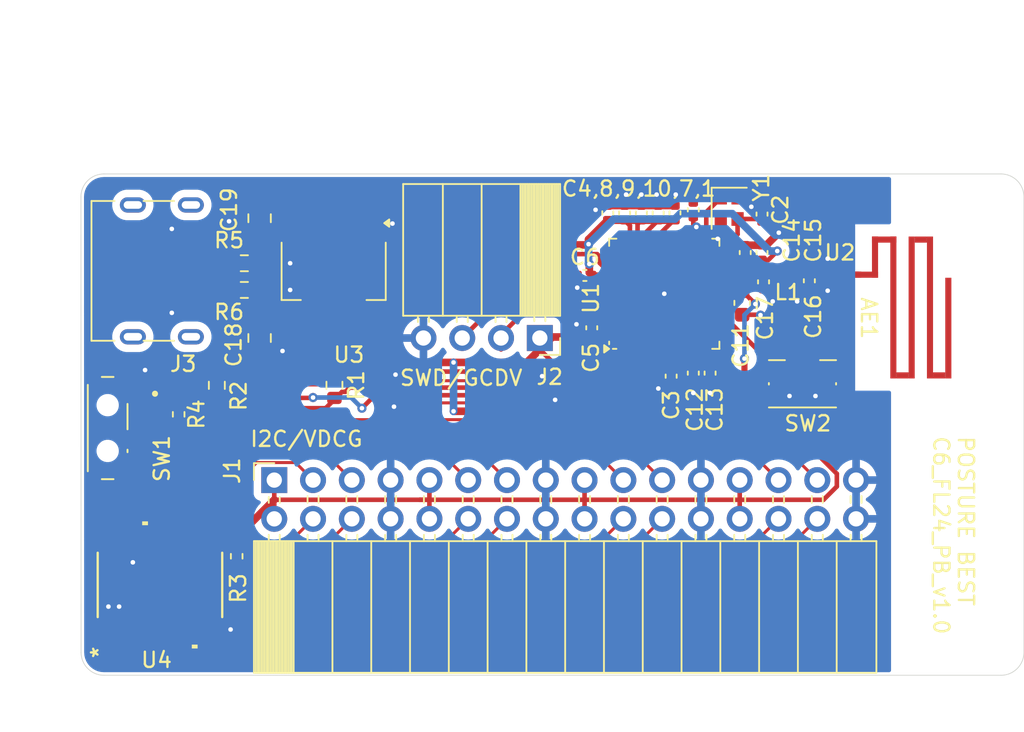
<source format=kicad_pcb>
(kicad_pcb (version 20240108) (generator "pcbnew") (generator_version "8.0")
  (layers (0 "F.Cu" signal) (31 "B.Cu" power) (34 "B.Paste" user) (35 "F.Paste" user) (36 "B.SilkS" user "B.Silkscreen") (37 "F.SilkS" user "F.Silkscreen") (38 "B.Mask" user) (39 "F.Mask" user) (44 "Edge.Cuts" user))
  (net 0 "")
  (net 1 "GND")
  (net 2 "+3.3V")
  (net 5 "Net-(U1-PB8)")
  (net 10 "Net-(U1-OSC_IN)")
  (net 14 "Net-(U1-OSC_OUT)")
  (net 15 "Net-(J2-Pin_2)")
  (net 18 "Net-(U1-PB9)")
  (net 19 "Net-(J2-Pin_3)")
  (net 21 "Net-(U1-NRST(PB11))")
  (net 25 "BOOT0")
  (net 28 "RF_OUT")
  (net 29 "+3.3VA")
  (net 33 "Net-(U1-PA6)")
  (net 40 "VBUS")
  (net 41 "Net-(U4-*RESET)")
  (net 42 "Net-(SW1-B)")
  (net 43 "Net-(U2-IN)")
  (net 44 "Net-(AE1-A)")
  (net 45 "Net-(J1-Pin_29)")
  (net 46 "Net-(J1-Pin_14)")
  (net 47 "Net-(J1-Pin_21)")
  (net 48 "Net-(J1-Pin_13)")
  (net 49 "Net-(J1-Pin_30)")
  (net 50 "Net-(J1-Pin_6)")
  (net 51 "Net-(J1-Pin_5)")
  (net 52 "Net-(J1-Pin_22)")
  (net 53 "Net-(J1-Pin_20)")
  (net 54 "Net-(J1-Pin_3)")
  (net 55 "Net-(J1-Pin_28)")
  (net 56 "Net-(J1-Pin_19)")
  (net 57 "Net-(J1-Pin_4)")
  (net 58 "Net-(J1-Pin_11)")
  (net 59 "Net-(J1-Pin_27)")
  (net 60 "Net-(J1-Pin_12)")
  (net 61 "Net-(J3-CC2)")
  (net 63 "Net-(J3-CC1)")
  (footprint "Capacitor_SMD:C_0402_1005Metric" (layer "F.Cu") (at 152.4 92.2 -90)
    (property "Reference" "C12")
    (property "Value" "10n")
  )
  (footprint "Resistor_SMD:R_0603_1608Metric" (layer "F.Cu") (at 123 86.75 180)
    (property "Reference" "R6")
    (property "Value" "5k1")
  )
  (footprint "Connector_PinSocket_2.54mm:PinSocket_1x04_P2.54mm_Horizontal" (layer "F.Cu") (at 142.35 89.9 -90)
    (property "Reference" "J2")
    (property "Value" "SWD")
  )
  (footprint "Resistor_SMD:R_0603_1608Metric" (layer "F.Cu") (at 121.2 93 -90)
    (property "Reference" "R2")
    (property "Value" "4k7")
  )
  (footprint "Capacitor_SMD:C_0402_1005Metric" (layer "F.Cu") (at 160 86.15 -90)
    (property "Reference" "C16")
    (property "Value" "0.3p")
  )
  (footprint "Capacitor_SMD:C_0805_2012Metric" (layer "F.Cu") (at 124 82.05 90)
    (property "Reference" "C19")
    (property "Value" "22u")
  )
  (footprint "Capacitor_SMD:C_0402_1005Metric" (layer "F.Cu") (at 145.75 89.23 90)
    (property "Reference" "C5")
    (property "Value" "100n")
  )
  (footprint "Capacitor_SMD:C_0402_1005Metric" (layer "F.Cu") (at 145.3 85.8 180)
    (property "Reference" "C6")
    (property "Value" "100n")
  )
  (footprint "Button_Switch_SMD:SW_Push_1P1T-SH_NO_CK_KMR2xxG" (layer "F.Cu") (at 159.55 92.9)
    (property "Reference" "SW2")
    (property "Value" "SW_Push")
  )
  (footprint "Capacitor_SMD:C_0402_1005Metric" (layer "F.Cu") (at 156.9 84.3 90)
    (property "Reference" "C15")
    (property "Value" "100p")
  )
  (footprint "pcb_antenna:meander_antenna_stm32wb10cc" (layer "F.Cu") (at 163 85.8)
    (property "Reference" "AE1")
    (property "Value" "Antenna")
  )
  (footprint "Resistor_SMD:R_0603_1608Metric" (layer "F.Cu") (at 123 85)
    (property "Reference" "R5")
    (property "Value" "5k1")
  )
  (footprint "Capacitor_SMD:C_0402_1005Metric" (layer "F.Cu") (at 155.8 84.3 90)
    (property "Reference" "C14")
    (property "Value" "100n")
  )
  (footprint "Capacitor_SMD:C_0805_2012Metric" (layer "F.Cu") (at 124 89.9 -90)
    (property "Reference" "C18")
    (property "Value" "22u")
  )
  (footprint "Resistor_SMD:R_0603_1608Metric" (layer "F.Cu") (at 128.9 93 -90)
    (property "Reference" "R1")
    (property "Value" "4k7")
  )
  (footprint "Capacitor_SMD:C_0603_1608Metric" (layer "F.Cu") (at 155.6 87.6 -90)
    (property "Reference" "C11")
    (property "Value" "4u7")
  )
  (footprint "external_footprints:PW24_TEX" (layer "F.Cu") (at 117.475001 106.079 90)
    (property "Reference" "U4")
    (property "Value" "TCA9548APWR")
  )
  (footprint "Resistor_SMD:R_0402_1005Metric" (layer "F.Cu") (at 122.5 104.2 -90)
    (property "Reference" "R3")
    (property "Value" "4k7")
  )
  (footprint "Capacitor_SMD:C_0402_1005Metric" (layer "F.Cu") (at 156.9 81.78 90)
    (property "Reference" "C2")
    (property "Value" "10p")
  )
  (footprint "Capacitor_SMD:C_0402_1005Metric" (layer "F.Cu") (at 149 81.7 90)
    (property "Reference" "C9" (hide yes))
    (property "Value" "100n")
  )
  (footprint "Capacitor_SMD:C_0402_1005Metric" (layer "F.Cu") (at 146.8 81.7 90)
    (property "Reference" "C4" (hide yes))
    (property "Value" "100n")
  )
  (footprint "Crystal:Crystal_SMD_2016-4Pin_2.0x1.6mm" (layer "F.Cu") (at 154.75 81.4 -90)
    (property "Reference" "Y1")
    (property "Value" "32MHz")
  )
  (footprint "Capacitor_SMD:C_0402_1005Metric" (layer "F.Cu") (at 157 86.22 -90)
    (property "Reference" "C17")
    (property "Value" "0.8p")
  )
  (footprint "external_footprints:DLF-4_1P6X0P8" (layer "F.Cu") (at 161.7096 85.72)
    (property "Reference" "U2")
    (property "Value" "DLF162500LT-5028A1")
  )
  (footprint "Capacitor_SMD:C_0402_1005Metric" (layer "F.Cu") (at 147.9 81.7 90)
    (property "Reference" "C8" (hide yes))
    (property "Value" "100n")
  )
  (footprint "Capacitor_SMD:C_0402_1005Metric" (layer "F.Cu") (at 151.2 81.7 90)
    (property "Reference" "C7" (hide yes))
    (property "Value" "100n")
  )
  (footprint "Connector_PinSocket_2.54mm:PinSocket_2x16_P2.54mm_Horizontal" (layer "F.Cu") (at 124.96 99.21 90)
    (property "Reference" "J1")
    (property "Value" "I2C_MUX_OUT")
  )
  (footprint "Package_TO_SOT_SMD:SOT-223-3_TabPin2" (layer "F.Cu") (at 128.85 85.5 -90)
    (property "Reference" "U3")
    (property "Value" "AMS1117-3.3")
  )
  (footprint "Capacitor_SMD:C_0402_1005Metric" (layer "F.Cu") (at 150.95 92.4 -90)
    (property "Reference" "C3")
    (property "Value" "0.1uF")
  )
  (footprint "Inductor_SMD:L_0402_1005Metric" (layer "F.Cu") (at 158.5 85.72)
    (property "Reference" "L1")
    (property "Value" "2.7n")
  )
  (footprint "Capacitor_SMD:C_0402_1005Metric" (layer "F.Cu") (at 152.4 81.5 -90)
    (property "Reference" "C1" (hide yes))
    (property "Value" "10p")
  )
  (footprint "Connector_USB:USB_C_Receptacle_HRO_TYPE-C-31-M-17" (layer "F.Cu") (at 116.5 85.5 -90)
    (property "Reference" "J3")
    (property "Value" "USB_C_Receptacle_PowerOnly_6P")
  )
  (footprint "Capacitor_SMD:C_0402_1005Metric" (layer "F.Cu") (at 153.5 92.2 -90)
    (property "Reference" "C13")
    (property "Value" "1u")
  )
  (footprint "Capacitor_SMD:C_0402_1005Metric" (layer "F.Cu") (at 150.1 81.7 90)
    (property "Reference" "C10" (hide yes))
    (property "Value" "100n")
  )
  (footprint "external_footprints:SW_SSSS811101" (layer "F.Cu") (at 114.05 95.8 -90)
    (property "Reference" "SW1")
    (property "Value" "SW_SPDT")
  )
  (footprint "Resistor_SMD:R_0402_1005Metric" (layer "F.Cu") (at 118.7 94.9 -90)
    (property "Reference" "R4")
    (property "Value" "10k")
  )
  (footprint "Package_DFN_QFN:QFN-48-1EP_7x7mm_P0.5mm_EP5.6x5.6mm" (layer "F.Cu") (at 150.5 87 90)
    (property "Reference" "U1")
    (property "Value" "STM32WB10CCUx")
  )
  (gr_arc (start 172.55 79.15) (mid 173.610634 79.589354) (end 174.05 80.65) (stroke (width 0.05)) (layer "Edge.Cuts"))
  (gr_arc (start 174.05 110.50004) (mid 173.610646 111.560674) (end 172.55 112.00004) (stroke (width 0.05)) (layer "Edge.Cuts"))
  (gr_line (start 174.05 110.50004) (end 174.05 80.65) (stroke (width 0.05)) (layer "Edge.Cuts"))
  (gr_arc (start 113.81066 112) (mid 112.75 111.56066) (end 112.31066 110.5) (stroke (width 0.05)) (layer "Edge.Cuts"))
  (gr_line (start 113.81066 112) (end 172.55 112.00004) (stroke (width 0.05)) (layer "Edge.Cuts"))
  (gr_arc (start 112.3 80.65) (mid 112.739354 79.589366) (end 113.8 79.15) (stroke (width 0.05)) (layer "Edge.Cuts"))
  (gr_line (start 172.55 79.15) (end 113.8 79.15) (stroke (width 0.05)) (layer "Edge.Cuts"))
  (gr_line (start 112.3 80.65) (end 112.31066 110.5) (stroke (width 0.05)) (layer "Edge.Cuts"))
  (gr_text "POSTURE BEST\nC6_FL24_PB_v1.0" (at 168.05 96.25 270) (layer "F.SilkS") (effects (font (size 1 1) (thickness 0.153)) (justify left bottom)))
  (gr_text "C4,8,9,10,7,1" (at 143.7 80.7 0) (layer "F.SilkS") (effects (font (size 1 1) (thickness 0.153)) (justify left bottom)))
  (gr_text "SWD/GCDV" (at 133.1 93.1 0) (layer "F.SilkS") (effects (font (size 1 1) (thickness 0.153)) (justify left bottom)))
  (gr_text "I2C/VDCG" (at 123.3 97.1 0) (layer "F.SilkS") (effects (font (size 1 1) (thickness 0.153)) (justify left bottom)))
  (segment (start 113.900002 109) (end 113.900002 107.699998) (width 0.3) (layer "F.Cu") (net 1))
  (segment (start 161.6 93.7) (end 160.4 93.7) (width 0.3) (layer "F.Cu") (net 1))
  (segment (start 114.550001 107.749999) (end 114.8 107.5) (width 0.3) (layer "F.Cu") (net 1))
  (segment (start 161.7096 85.9486) (end 161.7096 86.2904) (width 0.2) (layer "F.Cu") (net 1))
  (segment (start 132.7 82.4) (end 131.1 82.4) (width 0.5) (layer "F.Cu") (net 1))
  (segment (start 116.5 92.93) (end 116.5 92) (width 0.5) (layer "F.Cu") (net 1))
  (segment (start 146.28 81.22) (end 146 81.5) (width 0.5) (layer "F.Cu") (net 1))
  (segment (start 144.82 85.8) (end 144.82 86.58) (width 0.5) (layer "F.Cu") (net 1))
  (segment (start 157.5 93.7) (end 158.7 93.7) (width 0.3) (layer "F.Cu") (net 1))
  (segment (start 150.9 92.78) (end 150.53924 92.78) (width 0.3) (layer "F.Cu") (net 1))
  (segment (start 151.2 80.55) (end 151.25 80.5) (width 0.5) (layer "F.Cu") (net 1))
  (segment (start 159.9 86.8) (end 159.2 87.5) (width 0.2) (layer "F.Cu") (net 1))
  (segment (start 124 90.85) (end 125.4 90.85) (width 0.3) (layer "F.Cu") (net 1))
  (segment (start 145 88.75) (end 144.75 89) (width 0.3) (layer "F.Cu") (net 1))
  (segment (start 153.5 92.68) (end 153.5 93.5) (width 0.3) (layer "F.Cu") (net 1))
  (segment (start 125.4 90.85) (end 125.5 90.75) (width 0.3) (layer "F.Cu") (net 1))
  (segment (start 115.850003 104.449997) (end 115.7 104.6) (width 0.3) (layer "F.Cu") (net 1))
  (segment (start 142.2 92.7) (end 142.5 92.4) (width 0.2) (layer "F.Cu") (net 1))
  (segment (start 146.8 81.22) (end 146.28 81.22) (width 0.5) (layer "F.Cu") (net 1))
  (segment (start 155.8 83.82) (end 156.9 83.82) (width 0.5) (layer "F.Cu") (net 1))
  (segment (start 158 83) (end 157.18 83.82) (width 0.5) (layer "F.Cu") (net 1))
  (segment (start 144.82 86.58) (end 144.8 86.6) (width 0.5) (layer "F.Cu") (net 1))
  (segment (start 150.1 80.6) (end 150 80.5) (width 0.3) (layer "F.Cu") (net 1))
  (segment (start 149 81.22) (end 149 80.5) (width 0.3) (layer "F.Cu") (net 1))
  (segment (start 159.9 86.7) (end 159.9 86.8) (width 0.2) (layer "F.Cu") (net 1))
  (segment (start 161.7096 85.2096) (end 161.2 84.7) (width 0.2) (layer "F.Cu") (net 1))
  (segment (start 143.352083 93.952083) (end 143.154166 94.15) (width 0.2) (layer "F.Cu") (net 1))
  (segment (start 150.53924 92.78) (end 150.10962 93.20962) (width 0.3) (layer "F.Cu") (net 1))
  (segment (start 151.2 81.22) (end 146.8 81.22) (width 0.5) (layer "F.Cu") (net 1))
  (segment (start 143.154166 94.15) (end 133.05 94.15) (width 0.2) (layer "F.Cu") (net 1))
  (segment (start 131.1 82.4) (end 131.05 82.35) (width 0.5) (layer "F.Cu") (net 1))
  (segment (start 147.9 81.22) (end 147.9 80.6) (width 0.3) (layer "F.Cu") (net 1))
  (segment (start 157 86.9) (end 157.6 87.5) (width 0.2) (layer "F.Cu") (net 1))
  (segment (start 115.850003 103.158) (end 115.850003 104.449997) (width 0.3) (layer "F.Cu") (net 1))
  (segment (start 155.6 88.375) (end 156.775 88.375) (width 0.3) (layer "F.Cu") (net 1))
  (segment (start 157.18 83.82) (end 156.9 83.82) (width 0.5) (layer "F.Cu") (net 1))
  (segment (start 119.68 88.25) (end 118.25 88.25) (width 0.5) (layer "F.Cu") (net 1))
  (segment (start 150.1 81.22) (end 150.1 80.6) (width 0.3) (layer "F.Cu") (net 1))
  (segment (start 156.775 88.375) (end 156.8 88.4) (width 0.3) (layer "F.Cu") (net 1))
  (segment (start 114.550001 109) (end 114.550001 107.749999) (width 0.3) (layer "F.Cu") (net 1))
  (segment (start 161.7096 85.4914) (end 161.7096 85.2096) (width 0.2) (layer "F.Cu") (net 1))
  (segment (start 154.2 83.2) (end 154 83.4) (width 0.3) (layer "F.Cu") (net 1))
  (segment (start 147.9 80.6) (end 148 80.5) (width 0.3) (layer "F.Cu") (net 1))
  (segment (start 115.93 93.5) (end 116.5 92.93) (width 0.5) (layer "F.Cu") (net 1))
  (segment (start 157 86.7) (end 157 86.9) (width 0.2) (layer "F.Cu") (net 1))
  (segment (start 151.2 81.22) (end 151.2 80.55) (width 0.5) (layer "F.Cu") (net 1))
  (segment (start 133.4 92.7) (end 133.3 92.7) (width 0.2) (layer "F.Cu") (net 1))
  (segment (start 119.68 82.75) (end 118.25 82.75) (width 0.5) (layer "F.Cu") (net 1))
  (segment (start 124 81.1) (end 123.15 81.1) (width 0.3) (layer "F.Cu") (net 1))
  (segment (start 149.75 86.25) (end 150.5 87) (width 0.3) (layer "F.Cu") (net 1))
  (segment (start 133.05 94.15) (end 132.8 94.4) (width 0.2) (layer "F.Cu") (net 1))
  (segment (start 161.7096 86.2904) (end 161.2 86.8) (width 0.2) (layer "F.Cu") (net 1))
  (segment (start 153.9375 85.25) (end 152.25 85.25) (width 0.3) (layer "F.Cu") (net 1))
  (segment (start 113.900002 107.699998) (end 114.1 107.5) (width 0.3) (layer "F.Cu") (net 1))
  (segment (start 133.4 92.7) (end 142.2 92.7) (width 0.2) (layer "F.Cu") (net 1))
  (segment (start 123.825 85) (end 126 85) (width 0.3) (layer "F.Cu") (net 1))
  (segment (start 123.825 86.75) (end 126 86.75) (width 0.3) (layer "F.Cu") (net 1))
  (segment (start 152.4 92.68) (end 152.4 93.5) (width 0.3) (layer "F.Cu") (net 1))
  (segment (start 152.6 82.625) (end 152.4 82.425) (width 0.3) (layer "F.Cu") (net 1))
  (segment (start 145.75 88.75) (end 145 88.75) (width 0.3) (layer "F.Cu") (net 1))
  (segment (start 152.25 85.25) (end 150.5 87) (width 0.3) (layer "F.Cu") (net 1))
  (segment (start 155.3 80.7) (end 155.6 80.7) (width 0.3) (layer "F.Cu") (net 1))
  (segment (start 154.2 82.1) (end 154.2 83.2) (width 0.3) (layer "F.Cu") (net 1))
  (segment (start 123.15 81.1) (end 122 82.25) (width 0.3) (layer "F.Cu") (net 1))
  (segment (start 121.05 109) (end 122.1 109) (width 0.3) (layer "F.Cu") (net 1))
  (segment (start 149.75 83.5625) (end 149.75 86.25) (width 0.3) (layer "F.Cu") (net 1))
  (segment (start 152.4 82.425) (end 152.4 81.98) (width 0.3) (layer "F.Cu") (net 1))
  (segment (start 155.6 80.7) (end 156.2 81.3) (width 0.3) (layer "F.Cu") (net 1))
  (segment (start 133.3 92.7) (end 132.9 92.3) (width 0.2) (layer "F.Cu") (net 1))
  (segment (start 156.9 81.3) (end 156.2 81.3) (width 0.3) (layer "F.Cu") (net 1))
  (via (at 153.5 93.5) (size 0.6) (drill 0.3) (layers "F.Cu" "B.Cu") (net 1))
  (via (at 161.2 84.7) (size 0.6) (drill 0.3) (layers "F.Cu" "B.Cu") (net 1))
  (via (at 114.1 107.5) (size 0.6) (drill 0.3) (layers "F.Cu" "B.Cu") (net 1))
  (via (at 118.25 82.75) (size 0.6) (drill 0.3) (layers "F.Cu" "B.Cu") (net 1))
  (via (at 157.6 87.5) (size 0.6) (drill 0.3) (layers "F.Cu" "B.Cu") (net 1))
  (via (at 122.1 109) (size 0.6) (drill 0.3) (layers "F.Cu" "B.Cu") (net 1))
  (via (at 149 80.5) (size 0.6) (drill 0.3) (layers "F.Cu" "B.Cu") (net 1))
  (via (at 122 82.25) (size 0.6) (drill 0.3) (layers "F.Cu" "B.Cu") (net 1))
  (via (at 143.352083 93.952083) (size 0.5) (drill 0.3) (layers "F.Cu" "B.Cu") (net 1))
  (via (at 125.5 90.75) (size 0.5) (drill 0.3) (layers "F.Cu" "B.Cu") (net 1))
  (via (at 159.2 87.5) (size 0.6) (drill 0.3) (layers "F.Cu" "B.Cu") (net 1))
  (via (at 156.8 88.4) (size 0.6) (drill 0.3) (layers "F.Cu" "B.Cu") (net 1))
  (via (at 146 81.5) (size 0.6) (drill 0.3) (layers "F.Cu" "B.Cu") (net 1))
  (via (at 126 86.75) (size 0.6) (drill 0.3) (layers "F.Cu" "B.Cu") (net 1))
  (via (at 144.75 89) (size 0.5) (drill 0.3) (layers "F.Cu" "B.Cu") (net 1))
  (via (at 156.2 81.3) (size 0.6) (drill 0.3) (layers "F.Cu" "B.Cu") (net 1))
  (via (at 142.5 92.4) (size 0.5) (drill 0.3) (layers "F.Cu" "B.Cu") (net 1))
  (via (at 158 83) (size 0.6) (drill 0.3) (layers "F.Cu" "B.Cu") (net 1))
  (via (at 116.5 92) (size 0.6) (drill 0.3) (layers "F.Cu" "B.Cu") (net 1))
  (via (at 115.7 104.6) (size 0.6) (drill 0.3) (layers "F.Cu" "B.Cu") (net 1))
  (via (at 126 85) (size 0.6) (drill 0.3) (layers "F.Cu" "B.Cu") (net 1))
  (via (at 114.8 107.5) (size 0.6) (drill 0.3) (layers "F.Cu" "B.Cu") (net 1))
  (via (at 148 80.5) (size 0.6) (drill 0.3) (layers "F.Cu" "B.Cu") (net 1))
  (via (at 132.7 82.4) (size 0.6) (drill 0.3) (layers "F.Cu" "B.Cu") (net 1))
  (via (at 152.4 93.5) (size 0.6) (drill 0.3) (layers "F.Cu" "B.Cu") (net 1))
  (via (at 150.5 87) (size 0.6) (drill 0.3) (layers "F.Cu" "B.Cu") (net 1))
  (via (at 132.9 92.3) (size 0.5) (drill 0.3) (layers "F.Cu" "B.Cu") (net 1))
  (via (at 151.25 80.5) (size 0.6) (drill 0.3) (layers "F.Cu" "B.Cu") (net 1))
  (via (at 161.2 86.8) (size 0.6) (drill 0.3) (layers "F.Cu" "B.Cu") (net 1))
  (via (at 118.25 88.25) (size 0.6) (drill 0.3) (layers "F.Cu" "B.Cu") (net 1))
  (via (at 132.8 94.4) (size 0.5) (drill 0.3) (layers "F.Cu" "B.Cu") (net 1))
  (via (at 158.7 93.7) (size 0.6) (drill 0.3) (layers "F.Cu" "B.Cu") (net 1))
  (via (at 144.8 86.6) (size 0.6) (drill 0.3) (layers "F.Cu" "B.Cu") (net 1))
  (via (at 160.4 93.7) (size 0.6) (drill 0.3) (layers "F.Cu" "B.Cu") (net 1))
  (via (at 152.6 82.625) (size 0.6) (drill 0.3) (layers "F.Cu" "B.Cu") (net 1))
  (via (at 154 83.4) (size 0.6) (drill 0.3) (layers "F.Cu" "B.Cu") (net 1))
  (via (at 150 80.5) (size 0.6) (drill 0.3) (layers "F.Cu" "B.Cu") (net 1))
  (via (at 150.10962 93.20962) (size 0.6) (drill 0.3) (layers "F.Cu" "B.Cu") (net 1))
  (segment (start 145.8325 89.75) (end 145.75 89.8325) (width 0.3) (layer "F.Cu") (net 2))
  (segment (start 149.25 83.03) (end 150.1 82.18) (width 0.3) (layer "F.Cu") (net 2))
  (segment (start 148.25 82.53) (end 147.9 82.18) (width 0.3) (layer "F.Cu") (net 2))
  (segment (start 155.616123 86.825) (end 156.464753 87.67363) (width 0.3) (layer "F.Cu") (net 2))
  (segment (start 143.1675 89.8325) (end 145.75 89.8325) (width 0.5) (layer "F.Cu") (net 2))
  (segment (start 155.6 86.825) (end 155.616123 86.825) (width 0.3) (layer "F.Cu") (net 2))
  (segment (start 130.3 83.8) (end 145.55 83.8) (width 0.5) (layer "F.Cu") (net 2))
  (segment (start 141.5 91.5) (end 142.35 90.65) (width 0.5) (layer "F.Cu") (net 2))
  (segment (start 143.2 91.5) (end 142.35 90.65) (width 0.3) (layer "F.Cu") (net 2))
  (segment (start 147.73 91.5) (end 143.2 91.5) (width 0.3) (layer "F.Cu") (net 2))
  (segment (start 145.55 83.757371) (end 145.542629 83.75) (width 0.5) (layer "F.Cu") (net 2))
  (segment (start 156.9 84.78) (end 157.32 84.78) (width 0.3) (layer "F.Cu") (net 2))
  (segment (start 124.3 88.65) (end 124 88.95) (width 0.5) (layer "F.Cu") (net 2))
  (segment (start 124.96 100.5) (end 134.5 100.5) (width 0.3) (layer "F.Cu") (net 2))
  (segment (start 161.8 99.627057) (end 161.8 98.792943) (width 0.3) (layer "F.Cu") (net 2))
  (segment (start 124.96 99.21) (end 124.96 100.5) (width 0.3) (layer "F.Cu") (net 2))
  (segment (start 136.7 91.5) (end 133.8 91.5) (width 0.5) (layer "F.Cu") (net 2))
  (segment (start 121.2 92.175) (end 119.425 92.175) (width 0.5) (layer "F.Cu") (net 2))
  (segment (start 122.5 103.69) (end 122.5 102.96) (width 0.5) (layer "F.Cu") (net 2))
  (segment (start 148.75 83.5625) (end 148.75 82.43) (width 0.3) (layer "F.Cu") (net 2))
  (segment (start 145.592435 85.612435) (end 145.78 85.8) (width 0.5) (layer "F.Cu") (net 2))
  (segment (start 155.891371 93.944975) (end 154.044975 93.944975) (width 0.3) (layer "F.Cu") (net 2))
  (segment (start 148.25 83.5625) (end 148.25 82.53) (width 0.3) (layer "F.Cu") (net 2))
  (segment (start 159.807057 96.8) (end 158.746396 96.8) (width 0.3) (layer "F.Cu") (net 2))
  (segment (start 131 90.8) (end 128.85 88.65) (width 0.5) (layer "F.Cu") (net 2))
  (segment (start 135.12 100.5) (end 135.12 101.75) (width 0.3) (layer "F.Cu") (net 2))
  (segment (start 113.900002 104.322399) (end 113.900002 103.158) (width 0.5) (layer "F.Cu") (net 2))
  (segment (start 158.746396 96.8) (end 155.891371 93.944975) (width 0.3) (layer "F.Cu") (net 2))
  (segment (start 148.75 82.43) (end 149 82.18) (width 0.3) (layer "F.Cu") (net 2))
  (segment (start 115.164071 94.8) (end 112.95 97.014071) (width 0.5) (layer "F.Cu") (net 2))
  (segment (start 113.900002 102.3) (end 113.900002 101.818167) (width 0.5) (layer "F.Cu") (net 2))
  (segment (start 156.87 84.75) (end 156.9 84.78) (width 0.3) (layer "F.Cu") (net 2))
  (segment (start 116.910661 104.45) (end 116.010661 105.35) (width 0.5) (layer "F.Cu") (net 2))
  (segment (start 155.44 100.5) (end 160.927057 100.5) (width 0.3) (layer "F.Cu") (net 2))
  (segment (start 157.32 84.78) (end 157.9 84.2) (width 0.3) (layer "F.Cu") (net 2))
  (segment (start 128.85 92.225) (end 128.9 92.275) (width 0.5) (layer "F.Cu") (net 2))
  (segment (start 145.28 100.5) (end 145.28 101.75) (width 0.3) (layer "F.Cu") (net 2))
  (segment (start 114.927603 105.35) (end 113.900002 104.322399) (width 0.5) (layer "F.Cu") (net 2))
  (segment (start 155.44 99.21) (end 155.44 100.5) (width 0.3) (layer "F.Cu") (net 2))
  (segment (start 116.8 94.8) (end 115.164071 94.8) (width 0.5) (layer "F.Cu") (net 2))
  (segment (start 136.7 94.7) (end 153.28995 94.7) (width 0.5) (layer "F.Cu") (net 2))
  (segment (start 128.85 82.35) (end 130.3 83.8) (width 0.5) (layer "F.Cu") (net 2))
  (segment (start 142.35 90.65) (end 143.1675 89.8325) (width 0.5) (layer "F.Cu") (net 2))
  (segment (start 145.28 100.5) (end 134.5 100.5) (width 0.3) (layer "F.Cu") (net 2))
  (segment (start 128.85 88.65) (end 128.85 92.225) (width 0.5) (layer "F.Cu") (net 2))
  (segment (start 128.85 88.65) (end 124.3 88.65) (width 0.5) (layer "F.Cu") (net 2))
  (segment (start 113.900002 98.600002) (end 114.349998 98.600002) (width 0.5) (layer "F.Cu") (net 2))
  (segment (start 116.010661 105.35) (end 114.927603 105.35) (width 0.5) (layer "F.Cu") (net 2))
  (segment (start 153.28995 94.7) (end 154.044975 93.944975) (width 0.4) (layer "F.Cu") (net 2))
  (segment (start 153.9375 84.75) (end 156.87 84.75) (width 0.3) (layer "F.Cu") (net 2))
  (segment (start 147.75 90.4375) (end 147.75 91.48) (width 0.3) (layer "F.Cu") (net 2))
  (segment (start 147.75 91.48) (end 147.73 91.5) (width 0.3) (layer "F.Cu") (net 2))
  (segment (start 161.8 98.792943) (end 159.807057 96.8) (width 0.3) (layer "F.Cu") (net 2))
  (segment (start 155.025 86.25) (end 153.9375 86.25) (width 0.3) (layer "F.Cu") (net 2))
  (segment (start 154.044975 93.944975) (end 155.75 92.23995) (width 0.4) (layer "F.Cu") (net 2))
  (segment (start 147.0625 89.75) (end 145.8325 89.75) (width 0.3) (layer "F.Cu") (net 2))
  (segment (start 112.95 97.65) (end 113.900002 98.600002) (width 0.5) (layer "F.Cu") (net 2))
  (segment (start 114.349998 98.600002) (end 114.9 98.05) (width 0.5) (layer "F.Cu") (net 2))
  (segment (start 135.12 99.21) (end 135.12 100.5) (width 0.3) (layer "F.Cu") (net 2))
  (segment (start 133.1 90.8) (end 131 90.8) (width 0.5) (layer "F.Cu") (net 2))
  (segment (start 145.28 99.21) (end 145.28 100.5) (width 0.3) (layer "F.Cu") (net 2))
  (segment (start 133.8 91.5) (end 133.1 90.8) (width 0.5) (layer "F.Cu") (net 2))
  (segment (start 155.44 100.5) (end 145.28 100.5) (width 0.3) (layer "F.Cu") (net 2))
  (segment (start 145.83 85.75) (end 145.78 85.8) (width 0.3) (layer "F.Cu") (net 2))
  (segment (start 113.900002 98.600002) (end 113.900002 102.3) (width 0.5) (layer "F.Cu") (net 2))
  (segment (start 145.592435 85.05) (end 145.592435 85.612435) (width 0.5) (layer "F.Cu") (net 2))
  (segment (start 128.85 88.65) (end 128.85 82.35) (width 0.5) (layer "F.Cu") (net 2))
  (segment (start 112.95 97.014071) (end 112.95 97.65) (width 0.5) (layer "F.Cu") (net 2))
  (segment (start 149.25 83.5625) (end 149.25 83.03) (width 0.3) (layer "F.Cu") (net 2))
  (segment (start 150.25 83.039904) (end 151.109904 82.18) (width 0.3) (layer "F.Cu") (net 2))
  (segment (start 114.9 98.05) (end 115.8 98.05) (width 0.5) (layer "F.Cu") (net 2))
  (segment (start 122.11 103.69) (end 121.35 104.45) (width 0.5) (layer "F.Cu") (net 2))
  (segment (start 121.2 91.75) (end 121.2 92.175) (width 0.5) (layer "F.Cu") (net 2))
  (segment (start 122.5 103.69) (end 122.11 103.69) (width 0.5) (layer "F.Cu") (net 2))
  (segment (start 146.8 82.18) (end 151.2 82.18) (width 0.5) (layer "F.Cu") (net 2))
  (segment (start 121.35 104.45) (end 116.910661 104.45) (width 0.5) (layer "F.Cu") (net 2))
  (segment (start 134.5 100.5) (end 135.12 100.5) (width 0.3) (layer "F.Cu") (net 2))
  (segment (start 124 88.95) (end 121.2 91.75) (width 0.5) (layer "F.Cu") (net 2))
  (segment (start 155.75 92.23995) (end 155.75 91.25) (width 0.4) (layer "F.Cu") (net 2))
  (segment (start 145.55 83.8) (end 145.55 83.757371) (width 0.5) (layer "F.Cu") (net 2))
  (segment (start 124.96 100.5) (end 124.96 101.75) (width 0.3) (layer "F.Cu") (net 2))
  (segment (start 150.25 83.5625) (end 150.25 83.039904) (width 0.3) (layer "F.Cu") (net 2))
  (segment (start 145.542629 83.437371) (end 146.8 82.18) (width 0.5) (layer "F.Cu") (net 2))
  (segment (start 160.927057 100.5) (end 161.8 99.627057) (width 0.3) (layer "F.Cu") (net 2))
  (segment (start 147.0625 85.75) (end 145.83 85.75) (width 0.3) (layer "F.Cu") (net 2))
  (segment (start 113.900002 103.158) (end 113.900002 102.3) (width 0.5) (layer "F.Cu") (net 2))
  (segment (start 151.109904 82.18) (end 151.2 82.18) (width 0.3) (layer "F.Cu") (net 2))
  (segment (start 119.425 92.175) (end 116.8 94.8) (width 0.5) (layer "F.Cu") (net 2))
  (segment (start 155.6 86.825) (end 155.025 86.25) (width 0.3) (layer "F.Cu") (net 2))
  (segment (start 136.7 91.5) (end 141.5 91.5) (width 0.5) (layer "F.Cu") (net 2))
  (segment (start 155.44 100.5) (end 155.44 101.75) (width 0.3) (layer "F.Cu") (net 2))
  (segment (start 145.542629 83.75) (end 145.542629 83.437371) (width 0.5) (layer "F.Cu") (net 2))
  (segment (start 122.5 102.96) (end 124.96 100.5) (width 0.5) (layer "F.Cu") (net 2))
  (via (at 156.464753 87.67363) (size 0.6) (drill 0.3) (layers "F.Cu" "B.Cu") (net 2))
  (via (at 136.7 91.5) (size 0.5) (drill 0.3) (layers "F.Cu" "B.Cu") (net 2))
  (via (at 155.75 91.25) (size 0.6) (drill 0.3) (layers "F.Cu" "B.Cu") (net 2))
  (via (at 157.9 84.2) (size 0.6) (drill 0.3) (layers "F.Cu" "B.Cu") (net 2))
  (via (at 145.542629 83.75) (size 0.6) (drill 0.3) (layers "F.Cu" "B.Cu") (net 2))
  (via (at 136.7 94.7) (size 0.5) (drill 0.3) (layers "F.Cu" "B.Cu") (net 2))
  (via (at 145.592435 85.05) (size 0.6) (drill 0.3) (layers "F.Cu" "B.Cu") (net 2))
  (segment (start 157.9 84.2) (end 157.4 84.2) (width 0.5) (layer "B.Cu") (net 2))
  (segment (start 151.55 81.75) (end 151.2 82.1) (width 0.5) (layer "B.Cu") (net 2))
  (segment (start 145.542629 83.75) (end 145.542629 85.000194) (width 0.5) (layer "B.Cu") (net 2))
  (segment (start 156.464753 87.67363) (end 155.75 88.388383) (width 0.3) (layer "B.Cu") (net 2))
  (segment (start 151.2 82.1) (end 147.192629 82.1) (width 0.5) (layer "B.Cu") (net 2))
  (segment (start 154.95 81.75) (end 151.55 81.75) (width 0.5) (layer "B.Cu") (net 2))
  (segment (start 136.7 94.7) (end 136.7 91.5) (width 0.5) (layer "B.Cu") (net 2))
  (segment (start 155.75 88.388383) (end 155.75 91.25) (width 0.3) (layer "B.Cu") (net 2))
  (segment (start 157.4 84.2) (end 154.95 81.75) (width 0.5) (layer "B.Cu") (net 2))
  (segment (start 145.542629 85.000194) (end 145.592435 85.05) (width 0.5) (layer "B.Cu") (net 2))
  (segment (start 147.192629 82.1) (end 145.542629 83.75) (width 0.5) (layer "B.Cu") (net 2))
  (segment (start 115.200002 102.073801) (end 122.773803 94.5) (width 0.3) (layer "F.Cu") (net 5))
  (segment (start 129.615465 93.425) (end 129.890465 93.15) (width 0.3) (layer "F.Cu") (net 5))
  (segment (start 142.598529 93.15) (end 142.898529 92.85) (width 0.3) (layer "F.Cu") (net 5))
  (segment (start 129.890465 93.15) (end 142.598529 93.15) (width 0.3) (layer "F.Cu") (net 5))
  (segment (start 148.75 92.85) (end 149.75 91.85) (width 0.3) (layer "F.Cu") (net 5))
  (segment (start 128.325 94.5) (end 129.4 93.425) (width 0.3) (layer "F.Cu") (net 5))
  (segment (start 142.898529 92.85) (end 148.75 92.85) (width 0.3) (layer "F.Cu") (net 5))
  (segment (start 149.75 91.85) (end 149.75 90.4375) (width 0.3) (layer "F.Cu") (net 5))
  (segment (start 129.4 93.425) (end 129.615465 93.425) (width 0.3) (layer "F.Cu") (net 5))
  (segment (start 122.773803 94.5) (end 128.325 94.5) (width 0.3) (layer "F.Cu") (net 5))
  (segment (start 115.200002 103.158) (end 115.200002 102.073801) (width 0.3) (layer "F.Cu") (net 5))
  (segment (start 153.25 81.65) (end 153.25 83.5625) (width 0.3) (layer "F.Cu") (net 10))
  (segment (start 154.2 80.7) (end 153.25 81.65) (width 0.3) (layer "F.Cu") (net 10))
  (segment (start 152.52 80.7) (end 152.4 80.82) (width 0.3) (layer "F.Cu") (net 10))
  (segment (start 154.2 80.7) (end 152.52 80.7) (width 0.3) (layer "F.Cu") (net 10))
  (segment (start 154.15 84.25) (end 155.3 83.1) (width 0.3) (layer "F.Cu") (net 14))
  (segment (start 156.74 82.1) (end 156.9 82.26) (width 0.3) (layer "F.Cu") (net 14))
  (segment (start 155.3 83.1) (end 155.3 82.1) (width 0.3) (layer "F.Cu") (net 14))
  (segment (start 155.3 82.1) (end 156.74 82.1) (width 0.3) (layer "F.Cu") (net 14))
  (segment (start 153.9375 84.25) (end 154.15 84.25) (width 0.3) (layer "F.Cu") (net 14))
  (segment (start 144.75 87.25) (end 143.6 88.4) (width 0.3) (layer "F.Cu") (net 15))
  (segment (start 141.1 88.4) (end 139.81 89.69) (width 0.3) (layer "F.Cu") (net 15))
  (segment (start 145.35 87.25) (end 144.75 87.25) (width 0.3) (layer "F.Cu") (net 15))
  (segment (start 147.0625 86.25) (end 146.35 86.25) (width 0.3) (layer "F.Cu") (net 15))
  (segment (start 139.81 89.69) (end 139.81 90.65) (width 0.3) (layer "F.Cu") (net 15))
  (segment (start 143.6 88.4) (end 141.1 88.4) (width 0.3) (layer "F.Cu") (net 15))
  (segment (start 146.35 86.25) (end 145.35 87.25) (width 0.3) (layer "F.Cu") (net 15))
  (segment (start 143.105636 93.35) (end 149.05 93.35) (width 0.3) (layer "F.Cu") (net 18))
  (segment (start 127.475 93.825) (end 127.5 93.8) (width 0.3) (layer "F.Cu") (net 18))
  (segment (start 114.550003 102.016694) (end 121.2 95.366697) (width 0.3) (layer "F.Cu") (net 18))
  (segment (start 121.2 93.825) (end 127.475 93.825) (width 0.3) (layer "F.Cu") (net 18))
  (segment (start 150.25 92.15) (end 150.25 90.4375) (width 0.3) (layer "F.Cu") (net 18))
  (segment (start 114.550003 103.158) (end 114.550003 102.016694) (width 0.3) (layer "F.Cu") (net 18))
  (segment (start 130.7 94.5) (end 131.55 93.65) (width 0.3) (layer "F.Cu") (net 18))
  (segment (start 121.2 95.366697) (end 121.2 93.825) (width 0.3) (layer "F.Cu") (net 18))
  (segment (start 149.05 93.35) (end 150.25 92.15) (width 0.3) (layer "F.Cu") (net 18))
  (segment (start 131.55 93.65) (end 142.805636 93.65) (width 0.3) (layer "F.Cu") (net 18))
  (segment (start 142.805636 93.65) (end 143.105636 93.35) (width 0.3) (layer "F.Cu") (net 18))
  (via (at 127.5 93.8) (size 0.6) (drill 0.3) (layers "F.Cu" "B.Cu") (net 18))
  (via (at 130.7 94.5) (size 0.6) (drill 0.3) (layers "F.Cu" "B.Cu") (net 18))
  (segment (start 127.5 93.8) (end 130 93.8) (width 0.3) (layer "B.Cu") (net 18))
  (segment (start 130 93.8) (end 130.7 94.5) (width 0.3) (layer "B.Cu") (net 18))
  (segment (start 140.3 87.7) (end 139.47 87.7) (width 0.3) (layer "F.Cu") (net 19))
  (segment (start 146.275 84.985096) (end 146.275 84.575) (width 0.3) (layer "F.Cu") (net 19))
  (segment (start 146.1 84.4) (end 143.6 84.4) (width 0.3) (layer "F.Cu") (net 19))
  (segment (start 147.0625 85.25) (end 146.539904 85.25) (width 0.3) (layer "F.Cu") (net 19))
  (segment (start 146.275 84.575) (end 146.1 84.4) (width 0.3) (layer "F.Cu") (net 19))
  (segment (start 146.539904 85.25) (end 146.275 84.985096) (width 0.3) (layer "F.Cu") (net 19))
  (segment (start 143.6 84.4) (end 140.3 87.7) (width 0.3) (layer "F.Cu") (net 19))
  (segment (start 139.47 87.7) (end 137.27 89.9) (width 0.3) (layer "F.Cu") (net 19))
  (segment (start 150.75 90.4375) (end 150.75 91.72) (width 0.3) (layer "F.Cu") (net 21))
  (segment (start 150.75 91.72) (end 150.95 91.92) (width 0.3) (layer "F.Cu") (net 21))
  (segment (start 120.0775 92.925) (end 118.7 94.3025) (width 0.3) (layer "F.Cu") (net 25))
  (segment (start 149.25 91.299346) (end 148.549346 92) (width 0.3) (layer "F.Cu") (net 25))
  (segment (start 130.733358 91.6) (end 129.408358 92.925) (width 0.3) (layer "F.Cu") (net 25))
  (segment (start 142.792893 91.8) (end 142.048528 91.8) (width 0.3) (layer "F.Cu") (net 25))
  (segment (start 148.549346 92) (end 142.992893 92) (width 0.3) (layer "F.Cu") (net 25))
  (segment (start 129.408358 92.925) (end 120.0775 92.925) (width 0.3) (layer "F.Cu") (net 25))
  (segment (start 133.551472 92.1) (end 133.051472 91.6) (width 0.3) (layer "F.Cu") (net 25))
  (segment (start 141.748528 92.1) (end 133.551472 92.1) (width 0.3) (layer "F.Cu") (net 25))
  (segment (start 142.048528 91.8) (end 141.748528 92.1) (width 0.3) (layer "F.Cu") (net 25))
  (segment (start 133.051472 91.6) (end 130.733358 91.6) (width 0.3) (layer "F.Cu") (net 25))
  (segment (start 149.25 90.4375) (end 149.25 91.299346) (width 0.3) (layer "F.Cu") (net 25))
  (segment (start 142.992893 92) (end 142.792893 91.8) (width 0.3) (layer "F.Cu") (net 25))
  (segment (start 153.9375 85.75) (end 156.99 85.75) (width 0.2) (layer "F.Cu") (net 28))
  (segment (start 156.99 85.75) (end 157 85.74) (width 0.2) (layer "F.Cu") (net 28))
  (segment (start 157.995 85.74) (end 158.015 85.72) (width 0.2) (layer "F.Cu") (net 28))
  (segment (start 157 85.74) (end 157.995 85.74) (width 0.2) (layer "F.Cu") (net 28))
  (segment (start 151.25 90.4375) (end 151.25 91.163154) (width 0.3) (layer "F.Cu") (net 29))
  (segment (start 151.806846 91.72) (end 153.5 91.72) (width 0.3) (layer "F.Cu") (net 29))
  (segment (start 151.25 91.163154) (end 151.806846 91.72) (width 0.3) (layer "F.Cu") (net 29))
  (segment (start 161.6 92.1) (end 157.5 92.1) (width 0.3) (layer "F.Cu") (net 33))
  (segment (start 154.680592 88.75) (end 157.5 91.569408) (width 0.3) (layer "F.Cu") (net 33))
  (segment (start 157.5 91.569408) (end 157.5 92.1) (width 0.3) (layer "F.Cu") (net 33))
  (segment (start 153.9375 88.75) (end 154.680592 88.75) (width 0.3) (layer "F.Cu") (net 33))
  (segment (start 157.260096 92.1) (end 157.5 92.1) (width 0.3) (layer "F.Cu") (net 33))
  (segment (start 126.8 87.010661) (end 126.8 82.6) (width 0.5) (layer "F.Cu") (net 40))
  (segment (start 126.45 82.35) (end 126.15 82.35) (width 0.5) (layer "F.Cu") (net 40))
  (segment (start 124 83) (end 123.02 83.98) (width 0.5) (layer "F.Cu") (net 40))
  (segment (start 119.68 87.02) (end 120.788734 87.02) (width 0.5) (layer "F.Cu") (net 40))
  (segment (start 121.443734 87.675) (end 126.135661 87.675) (width 0.5) (layer "F.Cu") (net 40))
  (segment (start 120.788734 87.02) (end 121.443734 87.675) (width 0.5) (layer "F.Cu") (net 40))
  (segment (start 126.8 82.6) (end 126.55 82.35) (width 0.5) (layer "F.Cu") (net 40))
  (segment (start 126.135661 87.675) (end 126.8 87.010661) (width 0.5) (layer "F.Cu") (net 40))
  (segment (start 125.8 83) (end 126.45 82.35) (width 0.5) (layer "F.Cu") (net 40))
  (segment (start 124 83) (end 125.8 83) (width 0.5) (layer "F.Cu") (net 40))
  (segment (start 123.02 83.98) (end 119.68 83.98) (width 0.5) (layer "F.Cu") (net 40))
  (segment (start 122 105) (end 122.29 104.71) (width 0.2) (layer "F.Cu") (net 41))
  (segment (start 115.199999 108.147715) (end 118.347714 105) (width 0.2) (layer "F.Cu") (net 41))
  (segment (start 122.29 104.71) (end 122.5 104.71) (width 0.2) (layer "F.Cu") (net 41))
  (segment (start 115.199999 109) (end 115.199999 108.147715) (width 0.2) (layer "F.Cu") (net 41))
  (segment (start 118.347714 105) (end 122 105) (width 0.2) (layer "F.Cu") (net 41))
  (segment (start 115.93 96.5) (end 117.0975 96.5) (width 0.3) (layer "F.Cu") (net 42))
  (segment (start 117.0975 96.5) (end 118.1 95.4975) (width 0.3) (layer "F.Cu") (net 42))
  (segment (start 118.1 95.4975) (end 118.7 95.4975) (width 0.3) (layer "F.Cu") (net 42))
  (segment (start 159.88 85.72) (end 159.9 85.74) (width 0.2) (layer "F.Cu") (net 43))
  (segment (start 161.1 85.72) (end 159.92 85.72) (width 0.2) (layer "F.Cu") (net 43))
  (segment (start 158.985 85.72) (end 159.88 85.72) (width 0.2) (layer "F.Cu") (net 43))
  (segment (start 159.92 85.72) (end 159.9 85.74) (width 0.2) (layer "F.Cu") (net 43))
  (segment (start 162.3682 85.75) (end 162.3382 85.72) (width 0.4) (layer "F.Cu") (net 44))
  (segment (start 163.2 85.75) (end 162.3682 85.75) (width 0.4) (layer "F.Cu") (net 44))
  (segment (start 116.500002 101.410197) (end 116.500002 103.158) (width 0.2) (layer "F.Cu") (net 45))
  (segment (start 122.660199 95.25) (end 116.500002 101.410197) (width 0.2) (layer "F.Cu") (net 45))
  (segment (start 160.52 99.21) (end 156.56 95.25) (width 0.2) (layer "F.Cu") (net 45))
  (segment (start 156.56 95.25) (end 122.660199 95.25) (width 0.2) (layer "F.Cu") (net 45))
  (segment (start 117.799999 109) (end 117.799999 108.0634) (width 0.2) (layer "F.Cu") (net 46))
  (segment (start 117.799999 108.0634) (end 119.263399 106.6) (width 0.2) (layer "F.Cu") (net 46))
  (segment (start 119.263399 106.6) (end 135.35 106.6) (width 0.2) (layer "F.Cu") (net 46))
  (segment (start 135.35 106.6) (end 140.2 101.75) (width 0.2) (layer "F.Cu") (net 46))
  (segment (start 150.36 99.21) (end 147.2 96.05) (width 0.2) (layer "F.Cu") (net 47))
  (segment (start 117.800002 101.241569) (end 117.800002 103.158) (width 0.2) (layer "F.Cu") (net 47))
  (segment (start 147.2 96.05) (end 122.991571 96.05) (width 0.2) (layer "F.Cu") (net 47))
  (segment (start 122.991571 96.05) (end 117.800002 101.241569) (width 0.2) (layer "F.Cu") (net 47))
  (segment (start 119.100002 101.07294) (end 123.322942 96.85) (width 0.2) (layer "F.Cu") (net 48))
  (segment (start 119.100002 103.158) (end 119.100002 101.07294) (width 0.2) (layer "F.Cu") (net 48))
  (segment (start 137.84 96.85) (end 140.2 99.21) (width 0.2) (layer "F.Cu") (net 48))
  (segment (start 123.322942 96.85) (end 137.84 96.85) (width 0.2) (layer "F.Cu") (net 48))
  (segment (start 123.8 108.2) (end 154.07 108.2) (width 0.2) (layer "F.Cu") (net 49))
  (segment (start 121.9 110.1) (end 123.8 108.2) (width 0.2) (layer "F.Cu") (net 49))
  (segment (start 120.563399 110.1) (end 121.9 110.1) (width 0.2) (layer "F.Cu") (net 49))
  (segment (start 120.399999 109) (end 120.399999 109.9366) (width 0.2) (layer "F.Cu") (net 49))
  (segment (start 120.399999 109.9366) (end 120.563399 110.1) (width 0.2) (layer "F.Cu") (net 49))
  (segment (start 154.07 108.2) (end 160.52 101.75) (width 0.2) (layer "F.Cu") (net 49))
  (segment (start 116.499999 108.0634) (end 118.763399 105.8) (width 0.2) (layer "F.Cu") (net 50))
  (segment (start 125.99 105.8) (end 130.04 101.75) (width 0.2) (layer "F.Cu") (net 50))
  (segment (start 118.763399 105.8) (end 125.99 105.8) (width 0.2) (layer "F.Cu") (net 50))
  (segment (start 116.499999 109) (end 116.499999 108.0634) (width 0.2) (layer "F.Cu") (net 50))
  (segment (start 120.400001 100.904313) (end 123.644314 97.66) (width 0.2) (layer "F.Cu") (net 51))
  (segment (start 120.400001 103.158) (end 120.400001 100.904313) (width 0.2) (layer "F.Cu") (net 51))
  (segment (start 128.49 97.66) (end 130.04 99.21) (width 0.2) (layer "F.Cu") (net 51))
  (segment (start 123.644314 97.66) (end 128.49 97.66) (width 0.2) (layer "F.Cu") (net 51))
  (segment (start 119.099999 109) (end 119.099999 108.0634) (width 0.2) (layer "F.Cu") (net 52))
  (segment (start 119.099999 108.0634) (end 119.763399 107.4) (width 0.2) (layer "F.Cu") (net 52))
  (segment (start 144.71 107.4) (end 150.36 101.75) (width 0.2) (layer "F.Cu") (net 52))
  (segment (start 119.763399 107.4) (end 144.71 107.4) (width 0.2) (layer "F.Cu") (net 52))
  (segment (start 118.45 108.0634) (end 119.5134 107) (width 0.2) (layer "F.Cu") (net 53))
  (segment (start 119.5134 107) (end 142.57 107) (width 0.2) (layer "F.Cu") (net 53))
  (segment (start 142.57 107) (end 147.82 101.75) (width 0.2) (layer "F.Cu") (net 53))
  (segment (start 118.45 109) (end 118.45 108.0634) (width 0.2) (layer "F.Cu") (net 53))
  (segment (start 121.05 103.158) (end 121.05 100.82) (width 0.2) (layer "F.Cu") (net 54))
  (segment (start 126.35 98.06) (end 127.5 99.21) (width 0.2) (layer "F.Cu") (net 54))
  (segment (start 123.81 98.06) (end 126.35 98.06) (width 0.2) (layer "F.Cu") (net 54))
  (segment (start 121.05 100.82) (end 123.81 98.06) (width 0.2) (layer "F.Cu") (net 54))
  (segment (start 119.75 108.0634) (end 120.0134 107.8) (width 0.2) (layer "F.Cu") (net 55))
  (segment (start 119.75 109) (end 119.75 108.0634) (width 0.2) (layer "F.Cu") (net 55))
  (segment (start 151.93 107.8) (end 157.98 101.75) (width 0.2) (layer "F.Cu") (net 55))
  (segment (start 120.0134 107.8) (end 151.93 107.8) (width 0.2) (layer "F.Cu") (net 55))
  (segment (start 145.06 96.45) (end 147.82 99.21) (width 0.2) (layer "F.Cu") (net 56))
  (segment (start 118.45 101.157256) (end 123.157256 96.45) (width 0.2) (layer "F.Cu") (net 56))
  (segment (start 123.157256 96.45) (end 145.06 96.45) (width 0.2) (layer "F.Cu") (net 56))
  (segment (start 118.45 103.158) (end 118.45 101.157256) (width 0.2) (layer "F.Cu") (net 56))
  (segment (start 118.5134 105.4) (end 123.85 105.4) (width 0.2) (layer "F.Cu") (net 57))
  (segment (start 115.85 108.0634) (end 118.5134 105.4) (width 0.2) (layer "F.Cu") (net 57))
  (segment (start 123.85 105.4) (end 127.5 101.75) (width 0.2) (layer "F.Cu") (net 57))
  (segment (start 115.85 109) (end 115.85 108.0634) (width 0.2) (layer "F.Cu") (net 57))
  (segment (start 119.75 100.988628) (end 123.488628 97.25) (width 0.2) (layer "F.Cu") (net 58))
  (segment (start 123.488628 97.25) (end 135.7 97.25) (width 0.2) (layer "F.Cu") (net 58))
  (segment (start 119.75 103.158) (end 119.75 100.988628) (width 0.2) (layer "F.Cu") (net 58))
  (segment (start 135.7 97.25) (end 137.66 99.21) (width 0.2) (layer "F.Cu") (net 58))
  (segment (start 117.322202 101.153683) (end 117.487942 100.987942) (width 0.2) (layer "F.Cu") (net 59))
  (segment (start 122.825885 95.65) (end 154.42 95.65) (width 0.2) (layer "F.Cu") (net 59))
  (segment (start 117.487942 100.987942) (end 122.825885 95.65) (width 0.2) (layer "F.Cu") (net 59))
  (segment (start 117.322201 101.153683) (end 117.150003 101.325881) (width 0.2) (layer "F.Cu") (net 59))
  (segment (start 154.42 95.65) (end 157.98 99.21) (width 0.2) (layer "F.Cu") (net 59))
  (segment (start 117.322202 101.153683) (end 117.322201 101.153683) (width 0.2) (layer "F.Cu") (net 59))
  (segment (start 117.150003 103.158) (end 117.150003 101.325881) (width 0.2) (layer "F.Cu") (net 59))
  (segment (start 119.085599 106.2) (end 133.21 106.2) (width 0.2) (layer "F.Cu") (net 60))
  (segment (start 133.21 106.2) (end 137.66 101.75) (width 0.2) (layer "F.Cu") (net 60))
  (segment (start 117.15 108.135599) (end 119.085599 106.2) (width 0.2) (layer "F.Cu") (net 60))
  (segment (start 117.15 109) (end 117.15 108.135599) (width 0.2) (layer "F.Cu") (net 60))
  (segment (start 119.68 86) (end 121.425 86) (width 0.3) (layer "F.Cu") (net 61))
  (segment (start 121.425 86) (end 122.175 86.75) (width 0.3) (layer "F.Cu") (net 61))
  (segment (start 119.68 85) (end 122.175 85) (width 0.3) (layer "F.Cu") (net 63))
  (zone (net 1) (net_name "GND") (layer "B.Cu") (connect_pads (clearance 0.5)) (min_thickness 0.25) (fill yes (thermal_gap 0.5) (thermal_bridge_width 0.5))
    (polygon (pts (xy 107 67.75) (xy 165.35 68.75) (xy 165.35 115.75) (xy 107 114.75)))
  )
)
</source>
